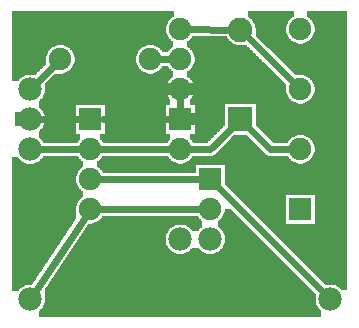
<source format=gtl>
G04 MADE WITH FRITZING*
G04 WWW.FRITZING.ORG*
G04 DOUBLE SIDED*
G04 HOLES PLATED*
G04 CONTOUR ON CENTER OF CONTOUR VECTOR*
%ASAXBY*%
%FSLAX23Y23*%
%MOIN*%
%OFA0B0*%
%SFA1.0B1.0*%
%ADD10C,0.075000*%
%ADD11C,0.082000*%
%ADD12C,0.078000*%
%ADD13C,0.075433*%
%ADD14R,0.075000X0.075000*%
%ADD15R,0.082000X0.082000*%
%ADD16C,0.024000*%
%LNCOPPER1*%
G90*
G70*
G54D10*
X119Y1001D03*
X1096Y1006D03*
X111Y470D03*
X330Y298D03*
X1000Y598D03*
X1000Y798D03*
X1000Y998D03*
X1000Y598D03*
X1000Y798D03*
X1000Y998D03*
X300Y398D03*
X300Y498D03*
X300Y598D03*
X300Y398D03*
X300Y498D03*
X300Y598D03*
X600Y998D03*
X600Y898D03*
X600Y798D03*
X200Y898D03*
X500Y898D03*
G54D11*
X800Y698D03*
X800Y996D03*
G54D10*
X700Y498D03*
X700Y398D03*
X600Y698D03*
X600Y598D03*
G54D12*
X100Y98D03*
X100Y698D03*
X100Y798D03*
X100Y598D03*
X1100Y98D03*
X600Y298D03*
X700Y298D03*
G54D13*
X1000Y398D03*
X300Y698D03*
G54D14*
X1000Y398D03*
X1000Y398D03*
X300Y698D03*
X300Y698D03*
G54D15*
X800Y697D03*
G54D14*
X700Y498D03*
X600Y698D03*
G54D16*
X1079Y119D02*
X721Y478D01*
D02*
X117Y123D02*
X285Y375D01*
D02*
X672Y498D02*
X329Y498D01*
D02*
X329Y598D02*
X572Y598D01*
D02*
X342Y698D02*
X572Y698D01*
D02*
X572Y898D02*
X529Y898D01*
D02*
X672Y398D02*
X329Y398D01*
D02*
X600Y727D02*
X600Y769D01*
D02*
X629Y998D02*
X768Y996D01*
D02*
X823Y974D02*
X980Y818D01*
D02*
X972Y598D02*
X901Y597D01*
D02*
X901Y597D02*
X823Y675D01*
D02*
X259Y698D02*
X131Y698D01*
D02*
X122Y819D02*
X180Y878D01*
D02*
X272Y598D02*
X131Y598D01*
D02*
X700Y597D02*
X778Y675D01*
D02*
X629Y598D02*
X700Y597D01*
G36*
X40Y1058D02*
X40Y946D01*
X504Y946D01*
X504Y944D01*
X514Y944D01*
X514Y942D01*
X520Y942D01*
X520Y940D01*
X524Y940D01*
X524Y938D01*
X526Y938D01*
X526Y936D01*
X530Y936D01*
X530Y934D01*
X532Y934D01*
X532Y932D01*
X534Y932D01*
X534Y930D01*
X536Y930D01*
X536Y928D01*
X538Y928D01*
X538Y926D01*
X540Y926D01*
X540Y922D01*
X560Y922D01*
X560Y924D01*
X562Y924D01*
X562Y926D01*
X564Y926D01*
X564Y928D01*
X566Y928D01*
X566Y932D01*
X570Y932D01*
X570Y934D01*
X572Y934D01*
X572Y936D01*
X574Y936D01*
X574Y938D01*
X576Y938D01*
X576Y958D01*
X574Y958D01*
X574Y960D01*
X570Y960D01*
X570Y962D01*
X568Y962D01*
X568Y964D01*
X566Y964D01*
X566Y966D01*
X564Y966D01*
X564Y968D01*
X562Y968D01*
X562Y972D01*
X560Y972D01*
X560Y976D01*
X558Y976D01*
X558Y978D01*
X556Y978D01*
X556Y984D01*
X554Y984D01*
X554Y1010D01*
X556Y1010D01*
X556Y1016D01*
X558Y1016D01*
X558Y1020D01*
X560Y1020D01*
X560Y1024D01*
X562Y1024D01*
X562Y1026D01*
X564Y1026D01*
X564Y1028D01*
X566Y1028D01*
X566Y1032D01*
X570Y1032D01*
X570Y1034D01*
X572Y1034D01*
X572Y1036D01*
X574Y1036D01*
X574Y1038D01*
X578Y1038D01*
X578Y1058D01*
X40Y1058D01*
G37*
D02*
G36*
X40Y946D02*
X40Y824D01*
X60Y824D01*
X60Y826D01*
X62Y826D01*
X62Y828D01*
X64Y828D01*
X64Y832D01*
X66Y832D01*
X66Y834D01*
X70Y834D01*
X70Y836D01*
X72Y836D01*
X72Y838D01*
X74Y838D01*
X74Y840D01*
X78Y840D01*
X78Y842D01*
X82Y842D01*
X82Y844D01*
X88Y844D01*
X88Y846D01*
X118Y846D01*
X118Y848D01*
X120Y848D01*
X120Y850D01*
X122Y850D01*
X122Y852D01*
X124Y852D01*
X124Y854D01*
X126Y854D01*
X126Y856D01*
X128Y856D01*
X128Y858D01*
X130Y858D01*
X130Y860D01*
X132Y860D01*
X132Y862D01*
X134Y862D01*
X134Y864D01*
X136Y864D01*
X136Y866D01*
X138Y866D01*
X138Y868D01*
X140Y868D01*
X140Y870D01*
X142Y870D01*
X142Y872D01*
X144Y872D01*
X144Y874D01*
X146Y874D01*
X146Y876D01*
X148Y876D01*
X148Y878D01*
X150Y878D01*
X150Y880D01*
X152Y880D01*
X152Y882D01*
X154Y882D01*
X154Y910D01*
X156Y910D01*
X156Y916D01*
X158Y916D01*
X158Y920D01*
X160Y920D01*
X160Y924D01*
X162Y924D01*
X162Y926D01*
X164Y926D01*
X164Y928D01*
X166Y928D01*
X166Y932D01*
X170Y932D01*
X170Y934D01*
X172Y934D01*
X172Y936D01*
X174Y936D01*
X174Y938D01*
X178Y938D01*
X178Y940D01*
X182Y940D01*
X182Y942D01*
X188Y942D01*
X188Y944D01*
X198Y944D01*
X198Y946D01*
X40Y946D01*
G37*
D02*
G36*
X204Y946D02*
X204Y944D01*
X214Y944D01*
X214Y942D01*
X220Y942D01*
X220Y940D01*
X224Y940D01*
X224Y938D01*
X226Y938D01*
X226Y936D01*
X230Y936D01*
X230Y934D01*
X232Y934D01*
X232Y932D01*
X234Y932D01*
X234Y930D01*
X236Y930D01*
X236Y928D01*
X238Y928D01*
X238Y926D01*
X240Y926D01*
X240Y922D01*
X242Y922D01*
X242Y918D01*
X244Y918D01*
X244Y914D01*
X246Y914D01*
X246Y906D01*
X248Y906D01*
X248Y888D01*
X246Y888D01*
X246Y882D01*
X244Y882D01*
X244Y876D01*
X242Y876D01*
X242Y874D01*
X240Y874D01*
X240Y870D01*
X238Y870D01*
X238Y868D01*
X236Y868D01*
X236Y866D01*
X234Y866D01*
X234Y864D01*
X232Y864D01*
X232Y862D01*
X230Y862D01*
X230Y860D01*
X228Y860D01*
X228Y858D01*
X224Y858D01*
X224Y856D01*
X220Y856D01*
X220Y854D01*
X216Y854D01*
X216Y852D01*
X208Y852D01*
X208Y850D01*
X492Y850D01*
X492Y852D01*
X486Y852D01*
X486Y854D01*
X480Y854D01*
X480Y856D01*
X476Y856D01*
X476Y858D01*
X474Y858D01*
X474Y860D01*
X470Y860D01*
X470Y862D01*
X468Y862D01*
X468Y864D01*
X466Y864D01*
X466Y866D01*
X464Y866D01*
X464Y868D01*
X462Y868D01*
X462Y872D01*
X460Y872D01*
X460Y876D01*
X458Y876D01*
X458Y878D01*
X456Y878D01*
X456Y884D01*
X454Y884D01*
X454Y910D01*
X456Y910D01*
X456Y916D01*
X458Y916D01*
X458Y920D01*
X460Y920D01*
X460Y924D01*
X462Y924D01*
X462Y926D01*
X464Y926D01*
X464Y928D01*
X466Y928D01*
X466Y932D01*
X470Y932D01*
X470Y934D01*
X472Y934D01*
X472Y936D01*
X474Y936D01*
X474Y938D01*
X478Y938D01*
X478Y940D01*
X482Y940D01*
X482Y942D01*
X488Y942D01*
X488Y944D01*
X498Y944D01*
X498Y946D01*
X204Y946D01*
G37*
D02*
G36*
X540Y874D02*
X540Y870D01*
X538Y870D01*
X538Y868D01*
X536Y868D01*
X536Y866D01*
X534Y866D01*
X534Y864D01*
X532Y864D01*
X532Y862D01*
X530Y862D01*
X530Y860D01*
X528Y860D01*
X528Y858D01*
X524Y858D01*
X524Y856D01*
X520Y856D01*
X520Y854D01*
X516Y854D01*
X516Y852D01*
X508Y852D01*
X508Y850D01*
X576Y850D01*
X576Y858D01*
X574Y858D01*
X574Y860D01*
X570Y860D01*
X570Y862D01*
X568Y862D01*
X568Y864D01*
X566Y864D01*
X566Y866D01*
X564Y866D01*
X564Y868D01*
X562Y868D01*
X562Y872D01*
X560Y872D01*
X560Y874D01*
X540Y874D01*
G37*
D02*
G36*
X182Y850D02*
X182Y848D01*
X576Y848D01*
X576Y850D01*
X182Y850D01*
G37*
D02*
G36*
X182Y850D02*
X182Y848D01*
X576Y848D01*
X576Y850D01*
X182Y850D01*
G37*
D02*
G36*
X180Y848D02*
X180Y846D01*
X178Y846D01*
X178Y844D01*
X176Y844D01*
X176Y842D01*
X174Y842D01*
X174Y840D01*
X172Y840D01*
X172Y838D01*
X170Y838D01*
X170Y836D01*
X168Y836D01*
X168Y834D01*
X166Y834D01*
X166Y832D01*
X164Y832D01*
X164Y830D01*
X162Y830D01*
X162Y828D01*
X160Y828D01*
X160Y826D01*
X158Y826D01*
X158Y824D01*
X156Y824D01*
X156Y822D01*
X154Y822D01*
X154Y820D01*
X152Y820D01*
X152Y818D01*
X150Y818D01*
X150Y792D01*
X148Y792D01*
X148Y784D01*
X146Y784D01*
X146Y778D01*
X144Y778D01*
X144Y774D01*
X142Y774D01*
X142Y770D01*
X140Y770D01*
X140Y768D01*
X138Y768D01*
X138Y766D01*
X136Y766D01*
X136Y764D01*
X134Y764D01*
X134Y762D01*
X132Y762D01*
X132Y760D01*
X130Y760D01*
X130Y758D01*
X128Y758D01*
X128Y746D01*
X348Y746D01*
X348Y650D01*
X334Y650D01*
X334Y630D01*
X336Y630D01*
X336Y628D01*
X338Y628D01*
X338Y626D01*
X340Y626D01*
X340Y622D01*
X342Y622D01*
X342Y620D01*
X560Y620D01*
X560Y624D01*
X562Y624D01*
X562Y626D01*
X564Y626D01*
X564Y628D01*
X566Y628D01*
X566Y650D01*
X554Y650D01*
X554Y652D01*
X552Y652D01*
X552Y744D01*
X554Y744D01*
X554Y746D01*
X566Y746D01*
X566Y766D01*
X564Y766D01*
X564Y768D01*
X562Y768D01*
X562Y772D01*
X560Y772D01*
X560Y776D01*
X558Y776D01*
X558Y778D01*
X556Y778D01*
X556Y784D01*
X554Y784D01*
X554Y810D01*
X556Y810D01*
X556Y816D01*
X558Y816D01*
X558Y820D01*
X560Y820D01*
X560Y824D01*
X562Y824D01*
X562Y826D01*
X564Y826D01*
X564Y828D01*
X566Y828D01*
X566Y832D01*
X570Y832D01*
X570Y834D01*
X572Y834D01*
X572Y836D01*
X574Y836D01*
X574Y838D01*
X576Y838D01*
X576Y848D01*
X180Y848D01*
G37*
D02*
G36*
X128Y746D02*
X128Y738D01*
X130Y738D01*
X130Y736D01*
X132Y736D01*
X132Y734D01*
X134Y734D01*
X134Y732D01*
X136Y732D01*
X136Y730D01*
X138Y730D01*
X138Y728D01*
X140Y728D01*
X140Y724D01*
X142Y724D01*
X142Y722D01*
X144Y722D01*
X144Y718D01*
X146Y718D01*
X146Y712D01*
X148Y712D01*
X148Y704D01*
X150Y704D01*
X150Y692D01*
X148Y692D01*
X148Y684D01*
X146Y684D01*
X146Y678D01*
X144Y678D01*
X144Y674D01*
X142Y674D01*
X142Y670D01*
X140Y670D01*
X140Y668D01*
X138Y668D01*
X138Y666D01*
X136Y666D01*
X136Y664D01*
X134Y664D01*
X134Y662D01*
X132Y662D01*
X132Y660D01*
X130Y660D01*
X130Y658D01*
X128Y658D01*
X128Y638D01*
X130Y638D01*
X130Y636D01*
X132Y636D01*
X132Y634D01*
X134Y634D01*
X134Y632D01*
X136Y632D01*
X136Y630D01*
X138Y630D01*
X138Y628D01*
X140Y628D01*
X140Y624D01*
X142Y624D01*
X142Y622D01*
X144Y622D01*
X144Y620D01*
X260Y620D01*
X260Y624D01*
X262Y624D01*
X262Y626D01*
X264Y626D01*
X264Y628D01*
X266Y628D01*
X266Y650D01*
X254Y650D01*
X254Y652D01*
X252Y652D01*
X252Y744D01*
X254Y744D01*
X254Y746D01*
X128Y746D01*
G37*
D02*
G36*
X826Y1058D02*
X826Y1038D01*
X830Y1038D01*
X830Y1036D01*
X832Y1036D01*
X832Y1034D01*
X834Y1034D01*
X834Y1032D01*
X838Y1032D01*
X838Y1028D01*
X840Y1028D01*
X840Y1026D01*
X842Y1026D01*
X842Y1024D01*
X844Y1024D01*
X844Y1020D01*
X846Y1020D01*
X846Y1016D01*
X848Y1016D01*
X848Y1012D01*
X850Y1012D01*
X850Y1002D01*
X852Y1002D01*
X852Y974D01*
X854Y974D01*
X854Y972D01*
X856Y972D01*
X856Y970D01*
X858Y970D01*
X858Y968D01*
X860Y968D01*
X860Y966D01*
X862Y966D01*
X862Y964D01*
X864Y964D01*
X864Y962D01*
X866Y962D01*
X866Y960D01*
X868Y960D01*
X868Y958D01*
X870Y958D01*
X870Y956D01*
X872Y956D01*
X872Y954D01*
X874Y954D01*
X874Y952D01*
X876Y952D01*
X876Y950D01*
X992Y950D01*
X992Y952D01*
X986Y952D01*
X986Y954D01*
X980Y954D01*
X980Y956D01*
X976Y956D01*
X976Y958D01*
X974Y958D01*
X974Y960D01*
X970Y960D01*
X970Y962D01*
X968Y962D01*
X968Y964D01*
X966Y964D01*
X966Y966D01*
X964Y966D01*
X964Y968D01*
X962Y968D01*
X962Y972D01*
X960Y972D01*
X960Y976D01*
X958Y976D01*
X958Y978D01*
X956Y978D01*
X956Y984D01*
X954Y984D01*
X954Y1010D01*
X956Y1010D01*
X956Y1016D01*
X958Y1016D01*
X958Y1020D01*
X960Y1020D01*
X960Y1024D01*
X962Y1024D01*
X962Y1026D01*
X964Y1026D01*
X964Y1028D01*
X966Y1028D01*
X966Y1032D01*
X970Y1032D01*
X970Y1034D01*
X972Y1034D01*
X972Y1036D01*
X974Y1036D01*
X974Y1038D01*
X978Y1038D01*
X978Y1058D01*
X826Y1058D01*
G37*
D02*
G36*
X1024Y1058D02*
X1024Y1038D01*
X1026Y1038D01*
X1026Y1036D01*
X1030Y1036D01*
X1030Y1034D01*
X1032Y1034D01*
X1032Y1032D01*
X1034Y1032D01*
X1034Y1030D01*
X1036Y1030D01*
X1036Y1028D01*
X1038Y1028D01*
X1038Y1026D01*
X1040Y1026D01*
X1040Y1022D01*
X1042Y1022D01*
X1042Y1018D01*
X1044Y1018D01*
X1044Y1014D01*
X1046Y1014D01*
X1046Y1006D01*
X1048Y1006D01*
X1048Y988D01*
X1046Y988D01*
X1046Y982D01*
X1044Y982D01*
X1044Y976D01*
X1042Y976D01*
X1042Y974D01*
X1040Y974D01*
X1040Y970D01*
X1038Y970D01*
X1038Y968D01*
X1036Y968D01*
X1036Y966D01*
X1034Y966D01*
X1034Y964D01*
X1032Y964D01*
X1032Y962D01*
X1030Y962D01*
X1030Y960D01*
X1028Y960D01*
X1028Y958D01*
X1024Y958D01*
X1024Y956D01*
X1020Y956D01*
X1020Y954D01*
X1016Y954D01*
X1016Y952D01*
X1008Y952D01*
X1008Y950D01*
X1156Y950D01*
X1156Y1058D01*
X1024Y1058D01*
G37*
D02*
G36*
X642Y976D02*
X642Y974D01*
X640Y974D01*
X640Y970D01*
X638Y970D01*
X638Y968D01*
X636Y968D01*
X636Y966D01*
X634Y966D01*
X634Y964D01*
X632Y964D01*
X632Y962D01*
X630Y962D01*
X630Y960D01*
X628Y960D01*
X628Y958D01*
X624Y958D01*
X624Y938D01*
X626Y938D01*
X626Y936D01*
X630Y936D01*
X630Y934D01*
X632Y934D01*
X632Y932D01*
X634Y932D01*
X634Y930D01*
X636Y930D01*
X636Y928D01*
X638Y928D01*
X638Y926D01*
X640Y926D01*
X640Y922D01*
X642Y922D01*
X642Y918D01*
X644Y918D01*
X644Y914D01*
X646Y914D01*
X646Y906D01*
X648Y906D01*
X648Y888D01*
X646Y888D01*
X646Y882D01*
X644Y882D01*
X644Y876D01*
X642Y876D01*
X642Y874D01*
X640Y874D01*
X640Y870D01*
X638Y870D01*
X638Y868D01*
X636Y868D01*
X636Y866D01*
X634Y866D01*
X634Y864D01*
X632Y864D01*
X632Y862D01*
X630Y862D01*
X630Y860D01*
X628Y860D01*
X628Y858D01*
X624Y858D01*
X624Y838D01*
X626Y838D01*
X626Y836D01*
X630Y836D01*
X630Y834D01*
X632Y834D01*
X632Y832D01*
X634Y832D01*
X634Y830D01*
X636Y830D01*
X636Y828D01*
X638Y828D01*
X638Y826D01*
X640Y826D01*
X640Y822D01*
X642Y822D01*
X642Y818D01*
X644Y818D01*
X644Y814D01*
X646Y814D01*
X646Y806D01*
X648Y806D01*
X648Y788D01*
X646Y788D01*
X646Y782D01*
X644Y782D01*
X644Y776D01*
X642Y776D01*
X642Y774D01*
X640Y774D01*
X640Y770D01*
X638Y770D01*
X638Y768D01*
X636Y768D01*
X636Y766D01*
X634Y766D01*
X634Y750D01*
X992Y750D01*
X992Y752D01*
X986Y752D01*
X986Y754D01*
X980Y754D01*
X980Y756D01*
X976Y756D01*
X976Y758D01*
X974Y758D01*
X974Y760D01*
X970Y760D01*
X970Y762D01*
X968Y762D01*
X968Y764D01*
X966Y764D01*
X966Y766D01*
X964Y766D01*
X964Y768D01*
X962Y768D01*
X962Y772D01*
X960Y772D01*
X960Y776D01*
X958Y776D01*
X958Y778D01*
X956Y778D01*
X956Y784D01*
X954Y784D01*
X954Y814D01*
X952Y814D01*
X952Y816D01*
X950Y816D01*
X950Y818D01*
X948Y818D01*
X948Y820D01*
X946Y820D01*
X946Y822D01*
X944Y822D01*
X944Y824D01*
X942Y824D01*
X942Y826D01*
X940Y826D01*
X940Y828D01*
X938Y828D01*
X938Y830D01*
X936Y830D01*
X936Y832D01*
X934Y832D01*
X934Y834D01*
X932Y834D01*
X932Y836D01*
X930Y836D01*
X930Y838D01*
X928Y838D01*
X928Y840D01*
X926Y840D01*
X926Y842D01*
X924Y842D01*
X924Y844D01*
X922Y844D01*
X922Y846D01*
X920Y846D01*
X920Y848D01*
X918Y848D01*
X918Y850D01*
X916Y850D01*
X916Y852D01*
X914Y852D01*
X914Y854D01*
X912Y854D01*
X912Y856D01*
X910Y856D01*
X910Y858D01*
X908Y858D01*
X908Y860D01*
X906Y860D01*
X906Y862D01*
X904Y862D01*
X904Y864D01*
X902Y864D01*
X902Y866D01*
X900Y866D01*
X900Y868D01*
X898Y868D01*
X898Y870D01*
X896Y870D01*
X896Y872D01*
X894Y872D01*
X894Y874D01*
X892Y874D01*
X892Y876D01*
X890Y876D01*
X890Y878D01*
X888Y878D01*
X888Y880D01*
X886Y880D01*
X886Y882D01*
X884Y882D01*
X884Y884D01*
X880Y884D01*
X880Y886D01*
X878Y886D01*
X878Y888D01*
X876Y888D01*
X876Y890D01*
X874Y890D01*
X874Y892D01*
X872Y892D01*
X872Y894D01*
X870Y894D01*
X870Y896D01*
X868Y896D01*
X868Y898D01*
X866Y898D01*
X866Y900D01*
X864Y900D01*
X864Y902D01*
X862Y902D01*
X862Y904D01*
X860Y904D01*
X860Y906D01*
X858Y906D01*
X858Y908D01*
X856Y908D01*
X856Y910D01*
X854Y910D01*
X854Y912D01*
X852Y912D01*
X852Y914D01*
X850Y914D01*
X850Y916D01*
X848Y916D01*
X848Y918D01*
X846Y918D01*
X846Y920D01*
X844Y920D01*
X844Y922D01*
X842Y922D01*
X842Y924D01*
X840Y924D01*
X840Y926D01*
X838Y926D01*
X838Y928D01*
X836Y928D01*
X836Y930D01*
X834Y930D01*
X834Y932D01*
X832Y932D01*
X832Y934D01*
X830Y934D01*
X830Y936D01*
X828Y936D01*
X828Y938D01*
X826Y938D01*
X826Y940D01*
X824Y940D01*
X824Y942D01*
X822Y942D01*
X822Y944D01*
X796Y944D01*
X796Y946D01*
X786Y946D01*
X786Y948D01*
X780Y948D01*
X780Y950D01*
X776Y950D01*
X776Y952D01*
X772Y952D01*
X772Y954D01*
X770Y954D01*
X770Y956D01*
X768Y956D01*
X768Y958D01*
X766Y958D01*
X766Y960D01*
X764Y960D01*
X764Y962D01*
X762Y962D01*
X762Y964D01*
X760Y964D01*
X760Y966D01*
X758Y966D01*
X758Y970D01*
X756Y970D01*
X756Y974D01*
X668Y974D01*
X668Y976D01*
X642Y976D01*
G37*
D02*
G36*
X878Y950D02*
X878Y948D01*
X1156Y948D01*
X1156Y950D01*
X878Y950D01*
G37*
D02*
G36*
X878Y950D02*
X878Y948D01*
X1156Y948D01*
X1156Y950D01*
X878Y950D01*
G37*
D02*
G36*
X880Y948D02*
X880Y946D01*
X882Y946D01*
X882Y944D01*
X884Y944D01*
X884Y942D01*
X886Y942D01*
X886Y940D01*
X888Y940D01*
X888Y938D01*
X890Y938D01*
X890Y936D01*
X894Y936D01*
X894Y934D01*
X896Y934D01*
X896Y932D01*
X898Y932D01*
X898Y930D01*
X900Y930D01*
X900Y928D01*
X902Y928D01*
X902Y926D01*
X904Y926D01*
X904Y924D01*
X906Y924D01*
X906Y922D01*
X908Y922D01*
X908Y920D01*
X910Y920D01*
X910Y918D01*
X912Y918D01*
X912Y916D01*
X914Y916D01*
X914Y914D01*
X916Y914D01*
X916Y912D01*
X918Y912D01*
X918Y910D01*
X920Y910D01*
X920Y908D01*
X922Y908D01*
X922Y906D01*
X924Y906D01*
X924Y904D01*
X926Y904D01*
X926Y902D01*
X928Y902D01*
X928Y900D01*
X930Y900D01*
X930Y898D01*
X932Y898D01*
X932Y896D01*
X934Y896D01*
X934Y894D01*
X936Y894D01*
X936Y892D01*
X938Y892D01*
X938Y890D01*
X940Y890D01*
X940Y888D01*
X942Y888D01*
X942Y886D01*
X944Y886D01*
X944Y884D01*
X946Y884D01*
X946Y882D01*
X948Y882D01*
X948Y880D01*
X950Y880D01*
X950Y878D01*
X952Y878D01*
X952Y876D01*
X954Y876D01*
X954Y874D01*
X956Y874D01*
X956Y872D01*
X958Y872D01*
X958Y870D01*
X960Y870D01*
X960Y868D01*
X962Y868D01*
X962Y866D01*
X964Y866D01*
X964Y864D01*
X966Y864D01*
X966Y862D01*
X968Y862D01*
X968Y860D01*
X970Y860D01*
X970Y858D01*
X972Y858D01*
X972Y856D01*
X974Y856D01*
X974Y854D01*
X976Y854D01*
X976Y852D01*
X978Y852D01*
X978Y850D01*
X980Y850D01*
X980Y848D01*
X982Y848D01*
X982Y846D01*
X1004Y846D01*
X1004Y844D01*
X1014Y844D01*
X1014Y842D01*
X1020Y842D01*
X1020Y840D01*
X1024Y840D01*
X1024Y838D01*
X1026Y838D01*
X1026Y836D01*
X1030Y836D01*
X1030Y834D01*
X1032Y834D01*
X1032Y832D01*
X1034Y832D01*
X1034Y830D01*
X1036Y830D01*
X1036Y828D01*
X1038Y828D01*
X1038Y826D01*
X1040Y826D01*
X1040Y822D01*
X1042Y822D01*
X1042Y818D01*
X1044Y818D01*
X1044Y814D01*
X1046Y814D01*
X1046Y806D01*
X1048Y806D01*
X1048Y788D01*
X1046Y788D01*
X1046Y782D01*
X1044Y782D01*
X1044Y776D01*
X1042Y776D01*
X1042Y774D01*
X1040Y774D01*
X1040Y770D01*
X1038Y770D01*
X1038Y768D01*
X1036Y768D01*
X1036Y766D01*
X1034Y766D01*
X1034Y764D01*
X1032Y764D01*
X1032Y762D01*
X1030Y762D01*
X1030Y760D01*
X1028Y760D01*
X1028Y758D01*
X1024Y758D01*
X1024Y756D01*
X1020Y756D01*
X1020Y754D01*
X1016Y754D01*
X1016Y752D01*
X1008Y752D01*
X1008Y750D01*
X1156Y750D01*
X1156Y948D01*
X880Y948D01*
G37*
D02*
G36*
X634Y750D02*
X634Y748D01*
X1156Y748D01*
X1156Y750D01*
X634Y750D01*
G37*
D02*
G36*
X634Y750D02*
X634Y748D01*
X1156Y748D01*
X1156Y750D01*
X634Y750D01*
G37*
D02*
G36*
X634Y748D02*
X634Y746D01*
X648Y746D01*
X648Y650D01*
X634Y650D01*
X634Y630D01*
X636Y630D01*
X636Y628D01*
X638Y628D01*
X638Y626D01*
X640Y626D01*
X640Y622D01*
X642Y622D01*
X642Y620D01*
X692Y620D01*
X692Y622D01*
X694Y622D01*
X694Y624D01*
X696Y624D01*
X696Y626D01*
X698Y626D01*
X698Y628D01*
X700Y628D01*
X700Y630D01*
X702Y630D01*
X702Y632D01*
X704Y632D01*
X704Y634D01*
X706Y634D01*
X706Y636D01*
X708Y636D01*
X708Y638D01*
X710Y638D01*
X710Y640D01*
X712Y640D01*
X712Y642D01*
X714Y642D01*
X714Y644D01*
X716Y644D01*
X716Y646D01*
X718Y646D01*
X718Y648D01*
X720Y648D01*
X720Y650D01*
X722Y650D01*
X722Y652D01*
X724Y652D01*
X724Y654D01*
X726Y654D01*
X726Y656D01*
X728Y656D01*
X728Y658D01*
X730Y658D01*
X730Y660D01*
X732Y660D01*
X732Y662D01*
X734Y662D01*
X734Y664D01*
X736Y664D01*
X736Y666D01*
X738Y666D01*
X738Y668D01*
X740Y668D01*
X740Y670D01*
X742Y670D01*
X742Y672D01*
X744Y672D01*
X744Y674D01*
X746Y674D01*
X746Y676D01*
X748Y676D01*
X748Y678D01*
X750Y678D01*
X750Y748D01*
X634Y748D01*
G37*
D02*
G36*
X852Y748D02*
X852Y676D01*
X854Y676D01*
X854Y674D01*
X856Y674D01*
X856Y672D01*
X858Y672D01*
X858Y670D01*
X860Y670D01*
X860Y668D01*
X862Y668D01*
X862Y666D01*
X864Y666D01*
X864Y664D01*
X866Y664D01*
X866Y662D01*
X868Y662D01*
X868Y660D01*
X870Y660D01*
X870Y658D01*
X872Y658D01*
X872Y656D01*
X874Y656D01*
X874Y654D01*
X876Y654D01*
X876Y652D01*
X878Y652D01*
X878Y650D01*
X880Y650D01*
X880Y648D01*
X882Y648D01*
X882Y646D01*
X1004Y646D01*
X1004Y644D01*
X1014Y644D01*
X1014Y642D01*
X1020Y642D01*
X1020Y640D01*
X1024Y640D01*
X1024Y638D01*
X1026Y638D01*
X1026Y636D01*
X1030Y636D01*
X1030Y634D01*
X1032Y634D01*
X1032Y632D01*
X1034Y632D01*
X1034Y630D01*
X1036Y630D01*
X1036Y628D01*
X1038Y628D01*
X1038Y626D01*
X1040Y626D01*
X1040Y622D01*
X1042Y622D01*
X1042Y618D01*
X1044Y618D01*
X1044Y614D01*
X1046Y614D01*
X1046Y606D01*
X1048Y606D01*
X1048Y588D01*
X1046Y588D01*
X1046Y582D01*
X1044Y582D01*
X1044Y576D01*
X1042Y576D01*
X1042Y574D01*
X1040Y574D01*
X1040Y570D01*
X1038Y570D01*
X1038Y568D01*
X1036Y568D01*
X1036Y566D01*
X1034Y566D01*
X1034Y564D01*
X1032Y564D01*
X1032Y562D01*
X1030Y562D01*
X1030Y560D01*
X1028Y560D01*
X1028Y558D01*
X1024Y558D01*
X1024Y556D01*
X1020Y556D01*
X1020Y554D01*
X1016Y554D01*
X1016Y552D01*
X1008Y552D01*
X1008Y550D01*
X1156Y550D01*
X1156Y748D01*
X852Y748D01*
G37*
D02*
G36*
X778Y646D02*
X778Y644D01*
X776Y644D01*
X776Y642D01*
X774Y642D01*
X774Y640D01*
X772Y640D01*
X772Y638D01*
X770Y638D01*
X770Y634D01*
X768Y634D01*
X768Y632D01*
X766Y632D01*
X766Y630D01*
X764Y630D01*
X764Y628D01*
X762Y628D01*
X762Y626D01*
X760Y626D01*
X760Y624D01*
X758Y624D01*
X758Y622D01*
X756Y622D01*
X756Y620D01*
X754Y620D01*
X754Y618D01*
X752Y618D01*
X752Y616D01*
X750Y616D01*
X750Y614D01*
X748Y614D01*
X748Y612D01*
X746Y612D01*
X746Y610D01*
X744Y610D01*
X744Y608D01*
X742Y608D01*
X742Y606D01*
X740Y606D01*
X740Y604D01*
X738Y604D01*
X738Y602D01*
X736Y602D01*
X736Y600D01*
X734Y600D01*
X734Y598D01*
X732Y598D01*
X732Y596D01*
X730Y596D01*
X730Y594D01*
X728Y594D01*
X728Y592D01*
X726Y592D01*
X726Y590D01*
X724Y590D01*
X724Y588D01*
X722Y588D01*
X722Y586D01*
X720Y586D01*
X720Y584D01*
X718Y584D01*
X718Y582D01*
X716Y582D01*
X716Y580D01*
X712Y580D01*
X712Y578D01*
X710Y578D01*
X710Y576D01*
X702Y576D01*
X702Y574D01*
X900Y574D01*
X900Y576D01*
X892Y576D01*
X892Y578D01*
X888Y578D01*
X888Y580D01*
X886Y580D01*
X886Y582D01*
X884Y582D01*
X884Y584D01*
X882Y584D01*
X882Y586D01*
X880Y586D01*
X880Y588D01*
X878Y588D01*
X878Y590D01*
X876Y590D01*
X876Y592D01*
X874Y592D01*
X874Y594D01*
X872Y594D01*
X872Y596D01*
X870Y596D01*
X870Y598D01*
X868Y598D01*
X868Y600D01*
X866Y600D01*
X866Y602D01*
X864Y602D01*
X864Y604D01*
X862Y604D01*
X862Y606D01*
X860Y606D01*
X860Y608D01*
X858Y608D01*
X858Y610D01*
X856Y610D01*
X856Y612D01*
X854Y612D01*
X854Y614D01*
X852Y614D01*
X852Y616D01*
X850Y616D01*
X850Y618D01*
X848Y618D01*
X848Y620D01*
X846Y620D01*
X846Y622D01*
X844Y622D01*
X844Y624D01*
X842Y624D01*
X842Y626D01*
X840Y626D01*
X840Y628D01*
X838Y628D01*
X838Y630D01*
X836Y630D01*
X836Y632D01*
X834Y632D01*
X834Y634D01*
X832Y634D01*
X832Y636D01*
X830Y636D01*
X830Y638D01*
X828Y638D01*
X828Y640D01*
X826Y640D01*
X826Y642D01*
X824Y642D01*
X824Y644D01*
X822Y644D01*
X822Y646D01*
X778Y646D01*
G37*
D02*
G36*
X884Y646D02*
X884Y644D01*
X886Y644D01*
X886Y642D01*
X888Y642D01*
X888Y640D01*
X890Y640D01*
X890Y638D01*
X892Y638D01*
X892Y636D01*
X894Y636D01*
X894Y634D01*
X896Y634D01*
X896Y632D01*
X898Y632D01*
X898Y630D01*
X900Y630D01*
X900Y628D01*
X902Y628D01*
X902Y626D01*
X904Y626D01*
X904Y624D01*
X906Y624D01*
X906Y622D01*
X908Y622D01*
X908Y620D01*
X960Y620D01*
X960Y624D01*
X962Y624D01*
X962Y626D01*
X964Y626D01*
X964Y628D01*
X966Y628D01*
X966Y632D01*
X970Y632D01*
X970Y634D01*
X972Y634D01*
X972Y636D01*
X974Y636D01*
X974Y638D01*
X978Y638D01*
X978Y640D01*
X982Y640D01*
X982Y642D01*
X988Y642D01*
X988Y644D01*
X998Y644D01*
X998Y646D01*
X884Y646D01*
G37*
D02*
G36*
X342Y576D02*
X342Y574D01*
X340Y574D01*
X340Y570D01*
X338Y570D01*
X338Y568D01*
X336Y568D01*
X336Y566D01*
X334Y566D01*
X334Y564D01*
X332Y564D01*
X332Y562D01*
X330Y562D01*
X330Y560D01*
X328Y560D01*
X328Y558D01*
X324Y558D01*
X324Y550D01*
X592Y550D01*
X592Y552D01*
X586Y552D01*
X586Y554D01*
X580Y554D01*
X580Y556D01*
X576Y556D01*
X576Y558D01*
X574Y558D01*
X574Y560D01*
X570Y560D01*
X570Y562D01*
X568Y562D01*
X568Y564D01*
X566Y564D01*
X566Y566D01*
X564Y566D01*
X564Y568D01*
X562Y568D01*
X562Y572D01*
X560Y572D01*
X560Y576D01*
X342Y576D01*
G37*
D02*
G36*
X642Y576D02*
X642Y574D01*
X684Y574D01*
X684Y576D01*
X642Y576D01*
G37*
D02*
G36*
X916Y576D02*
X916Y574D01*
X960Y574D01*
X960Y576D01*
X916Y576D01*
G37*
D02*
G36*
X640Y574D02*
X640Y572D01*
X960Y572D01*
X960Y574D01*
X640Y574D01*
G37*
D02*
G36*
X640Y574D02*
X640Y572D01*
X960Y572D01*
X960Y574D01*
X640Y574D01*
G37*
D02*
G36*
X640Y574D02*
X640Y572D01*
X960Y572D01*
X960Y574D01*
X640Y574D01*
G37*
D02*
G36*
X640Y572D02*
X640Y570D01*
X638Y570D01*
X638Y568D01*
X636Y568D01*
X636Y566D01*
X634Y566D01*
X634Y564D01*
X632Y564D01*
X632Y562D01*
X630Y562D01*
X630Y560D01*
X628Y560D01*
X628Y558D01*
X624Y558D01*
X624Y556D01*
X620Y556D01*
X620Y554D01*
X616Y554D01*
X616Y552D01*
X608Y552D01*
X608Y550D01*
X992Y550D01*
X992Y552D01*
X986Y552D01*
X986Y554D01*
X980Y554D01*
X980Y556D01*
X976Y556D01*
X976Y558D01*
X974Y558D01*
X974Y560D01*
X970Y560D01*
X970Y562D01*
X968Y562D01*
X968Y564D01*
X966Y564D01*
X966Y566D01*
X964Y566D01*
X964Y568D01*
X962Y568D01*
X962Y572D01*
X640Y572D01*
G37*
D02*
G36*
X324Y550D02*
X324Y548D01*
X1156Y548D01*
X1156Y550D01*
X324Y550D01*
G37*
D02*
G36*
X324Y550D02*
X324Y548D01*
X1156Y548D01*
X1156Y550D01*
X324Y550D01*
G37*
D02*
G36*
X324Y550D02*
X324Y548D01*
X1156Y548D01*
X1156Y550D01*
X324Y550D01*
G37*
D02*
G36*
X324Y548D02*
X324Y546D01*
X748Y546D01*
X748Y480D01*
X750Y480D01*
X750Y478D01*
X752Y478D01*
X752Y476D01*
X754Y476D01*
X754Y474D01*
X756Y474D01*
X756Y472D01*
X758Y472D01*
X758Y470D01*
X760Y470D01*
X760Y468D01*
X762Y468D01*
X762Y466D01*
X764Y466D01*
X764Y464D01*
X766Y464D01*
X766Y462D01*
X768Y462D01*
X768Y460D01*
X770Y460D01*
X770Y458D01*
X772Y458D01*
X772Y456D01*
X774Y456D01*
X774Y454D01*
X776Y454D01*
X776Y452D01*
X778Y452D01*
X778Y450D01*
X780Y450D01*
X780Y448D01*
X782Y448D01*
X782Y446D01*
X1048Y446D01*
X1048Y350D01*
X1156Y350D01*
X1156Y548D01*
X324Y548D01*
G37*
D02*
G36*
X324Y546D02*
X324Y538D01*
X326Y538D01*
X326Y536D01*
X330Y536D01*
X330Y534D01*
X332Y534D01*
X332Y532D01*
X334Y532D01*
X334Y530D01*
X336Y530D01*
X336Y528D01*
X338Y528D01*
X338Y526D01*
X340Y526D01*
X340Y522D01*
X342Y522D01*
X342Y520D01*
X652Y520D01*
X652Y544D01*
X654Y544D01*
X654Y546D01*
X324Y546D01*
G37*
D02*
G36*
X784Y446D02*
X784Y444D01*
X786Y444D01*
X786Y442D01*
X788Y442D01*
X788Y440D01*
X790Y440D01*
X790Y438D01*
X792Y438D01*
X792Y436D01*
X794Y436D01*
X794Y434D01*
X796Y434D01*
X796Y432D01*
X798Y432D01*
X798Y430D01*
X800Y430D01*
X800Y428D01*
X802Y428D01*
X802Y426D01*
X804Y426D01*
X804Y424D01*
X806Y424D01*
X806Y422D01*
X808Y422D01*
X808Y420D01*
X810Y420D01*
X810Y418D01*
X812Y418D01*
X812Y416D01*
X814Y416D01*
X814Y414D01*
X816Y414D01*
X816Y412D01*
X818Y412D01*
X818Y410D01*
X820Y410D01*
X820Y408D01*
X822Y408D01*
X822Y406D01*
X824Y406D01*
X824Y404D01*
X826Y404D01*
X826Y402D01*
X828Y402D01*
X828Y400D01*
X830Y400D01*
X830Y398D01*
X832Y398D01*
X832Y396D01*
X834Y396D01*
X834Y394D01*
X836Y394D01*
X836Y392D01*
X838Y392D01*
X838Y390D01*
X840Y390D01*
X840Y388D01*
X842Y388D01*
X842Y386D01*
X844Y386D01*
X844Y384D01*
X846Y384D01*
X846Y382D01*
X848Y382D01*
X848Y380D01*
X850Y380D01*
X850Y378D01*
X852Y378D01*
X852Y376D01*
X854Y376D01*
X854Y374D01*
X856Y374D01*
X856Y372D01*
X858Y372D01*
X858Y370D01*
X860Y370D01*
X860Y368D01*
X862Y368D01*
X862Y366D01*
X864Y366D01*
X864Y364D01*
X866Y364D01*
X866Y362D01*
X868Y362D01*
X868Y360D01*
X870Y360D01*
X870Y358D01*
X872Y358D01*
X872Y356D01*
X874Y356D01*
X874Y354D01*
X876Y354D01*
X876Y352D01*
X878Y352D01*
X878Y350D01*
X954Y350D01*
X954Y352D01*
X952Y352D01*
X952Y444D01*
X954Y444D01*
X954Y446D01*
X784Y446D01*
G37*
D02*
G36*
X880Y350D02*
X880Y348D01*
X1156Y348D01*
X1156Y350D01*
X880Y350D01*
G37*
D02*
G36*
X880Y350D02*
X880Y348D01*
X1156Y348D01*
X1156Y350D01*
X880Y350D01*
G37*
D02*
G36*
X882Y348D02*
X882Y346D01*
X884Y346D01*
X884Y344D01*
X886Y344D01*
X886Y342D01*
X888Y342D01*
X888Y340D01*
X890Y340D01*
X890Y338D01*
X892Y338D01*
X892Y336D01*
X894Y336D01*
X894Y334D01*
X896Y334D01*
X896Y332D01*
X898Y332D01*
X898Y330D01*
X900Y330D01*
X900Y328D01*
X902Y328D01*
X902Y326D01*
X904Y326D01*
X904Y324D01*
X906Y324D01*
X906Y322D01*
X908Y322D01*
X908Y320D01*
X910Y320D01*
X910Y318D01*
X912Y318D01*
X912Y316D01*
X914Y316D01*
X914Y314D01*
X916Y314D01*
X916Y312D01*
X918Y312D01*
X918Y310D01*
X920Y310D01*
X920Y308D01*
X922Y308D01*
X922Y306D01*
X924Y306D01*
X924Y304D01*
X926Y304D01*
X926Y302D01*
X928Y302D01*
X928Y300D01*
X930Y300D01*
X930Y298D01*
X932Y298D01*
X932Y296D01*
X934Y296D01*
X934Y294D01*
X936Y294D01*
X936Y292D01*
X938Y292D01*
X938Y290D01*
X940Y290D01*
X940Y288D01*
X942Y288D01*
X942Y286D01*
X944Y286D01*
X944Y284D01*
X946Y284D01*
X946Y282D01*
X948Y282D01*
X948Y280D01*
X950Y280D01*
X950Y278D01*
X952Y278D01*
X952Y276D01*
X954Y276D01*
X954Y274D01*
X956Y274D01*
X956Y272D01*
X958Y272D01*
X958Y270D01*
X960Y270D01*
X960Y268D01*
X962Y268D01*
X962Y266D01*
X964Y266D01*
X964Y264D01*
X966Y264D01*
X966Y262D01*
X968Y262D01*
X968Y260D01*
X970Y260D01*
X970Y258D01*
X972Y258D01*
X972Y256D01*
X974Y256D01*
X974Y254D01*
X976Y254D01*
X976Y252D01*
X978Y252D01*
X978Y250D01*
X980Y250D01*
X980Y248D01*
X982Y248D01*
X982Y246D01*
X984Y246D01*
X984Y244D01*
X986Y244D01*
X986Y242D01*
X988Y242D01*
X988Y240D01*
X990Y240D01*
X990Y238D01*
X992Y238D01*
X992Y236D01*
X994Y236D01*
X994Y234D01*
X996Y234D01*
X996Y232D01*
X998Y232D01*
X998Y230D01*
X1000Y230D01*
X1000Y228D01*
X1002Y228D01*
X1002Y226D01*
X1004Y226D01*
X1004Y224D01*
X1006Y224D01*
X1006Y222D01*
X1008Y222D01*
X1008Y220D01*
X1010Y220D01*
X1010Y218D01*
X1012Y218D01*
X1012Y216D01*
X1014Y216D01*
X1014Y214D01*
X1016Y214D01*
X1016Y212D01*
X1018Y212D01*
X1018Y210D01*
X1020Y210D01*
X1020Y208D01*
X1022Y208D01*
X1022Y206D01*
X1024Y206D01*
X1024Y204D01*
X1026Y204D01*
X1026Y202D01*
X1028Y202D01*
X1028Y200D01*
X1030Y200D01*
X1030Y198D01*
X1032Y198D01*
X1032Y196D01*
X1034Y196D01*
X1034Y194D01*
X1036Y194D01*
X1036Y192D01*
X1038Y192D01*
X1038Y190D01*
X1040Y190D01*
X1040Y188D01*
X1042Y188D01*
X1042Y186D01*
X1044Y186D01*
X1044Y184D01*
X1046Y184D01*
X1046Y182D01*
X1048Y182D01*
X1048Y180D01*
X1050Y180D01*
X1050Y178D01*
X1052Y178D01*
X1052Y176D01*
X1054Y176D01*
X1054Y174D01*
X1056Y174D01*
X1056Y172D01*
X1058Y172D01*
X1058Y170D01*
X1060Y170D01*
X1060Y168D01*
X1062Y168D01*
X1062Y166D01*
X1064Y166D01*
X1064Y164D01*
X1066Y164D01*
X1066Y162D01*
X1068Y162D01*
X1068Y160D01*
X1070Y160D01*
X1070Y158D01*
X1072Y158D01*
X1072Y156D01*
X1074Y156D01*
X1074Y154D01*
X1076Y154D01*
X1076Y152D01*
X1078Y152D01*
X1078Y150D01*
X1080Y150D01*
X1080Y148D01*
X1082Y148D01*
X1082Y146D01*
X1112Y146D01*
X1112Y144D01*
X1118Y144D01*
X1118Y142D01*
X1122Y142D01*
X1122Y140D01*
X1126Y140D01*
X1126Y138D01*
X1130Y138D01*
X1130Y136D01*
X1132Y136D01*
X1132Y134D01*
X1134Y134D01*
X1134Y132D01*
X1136Y132D01*
X1136Y130D01*
X1156Y130D01*
X1156Y348D01*
X882Y348D01*
G37*
D02*
G36*
X144Y576D02*
X144Y574D01*
X142Y574D01*
X142Y570D01*
X140Y570D01*
X140Y568D01*
X138Y568D01*
X138Y566D01*
X136Y566D01*
X136Y564D01*
X134Y564D01*
X134Y562D01*
X132Y562D01*
X132Y560D01*
X130Y560D01*
X130Y558D01*
X128Y558D01*
X128Y556D01*
X124Y556D01*
X124Y554D01*
X120Y554D01*
X120Y552D01*
X114Y552D01*
X114Y550D01*
X106Y550D01*
X106Y548D01*
X276Y548D01*
X276Y558D01*
X274Y558D01*
X274Y560D01*
X270Y560D01*
X270Y562D01*
X268Y562D01*
X268Y564D01*
X266Y564D01*
X266Y566D01*
X264Y566D01*
X264Y568D01*
X262Y568D01*
X262Y572D01*
X260Y572D01*
X260Y576D01*
X144Y576D01*
G37*
D02*
G36*
X40Y572D02*
X40Y548D01*
X96Y548D01*
X96Y550D01*
X86Y550D01*
X86Y552D01*
X80Y552D01*
X80Y554D01*
X76Y554D01*
X76Y556D01*
X74Y556D01*
X74Y558D01*
X70Y558D01*
X70Y560D01*
X68Y560D01*
X68Y562D01*
X66Y562D01*
X66Y564D01*
X64Y564D01*
X64Y566D01*
X62Y566D01*
X62Y568D01*
X60Y568D01*
X60Y572D01*
X40Y572D01*
G37*
D02*
G36*
X40Y548D02*
X40Y546D01*
X276Y546D01*
X276Y548D01*
X40Y548D01*
G37*
D02*
G36*
X40Y548D02*
X40Y546D01*
X276Y546D01*
X276Y548D01*
X40Y548D01*
G37*
D02*
G36*
X40Y546D02*
X40Y124D01*
X60Y124D01*
X60Y126D01*
X62Y126D01*
X62Y128D01*
X64Y128D01*
X64Y132D01*
X66Y132D01*
X66Y134D01*
X70Y134D01*
X70Y136D01*
X72Y136D01*
X72Y138D01*
X74Y138D01*
X74Y140D01*
X78Y140D01*
X78Y142D01*
X82Y142D01*
X82Y144D01*
X88Y144D01*
X88Y146D01*
X106Y146D01*
X106Y148D01*
X108Y148D01*
X108Y150D01*
X110Y150D01*
X110Y154D01*
X112Y154D01*
X112Y156D01*
X114Y156D01*
X114Y160D01*
X116Y160D01*
X116Y162D01*
X118Y162D01*
X118Y166D01*
X120Y166D01*
X120Y168D01*
X122Y168D01*
X122Y172D01*
X124Y172D01*
X124Y174D01*
X126Y174D01*
X126Y178D01*
X128Y178D01*
X128Y180D01*
X130Y180D01*
X130Y184D01*
X132Y184D01*
X132Y186D01*
X134Y186D01*
X134Y190D01*
X136Y190D01*
X136Y192D01*
X138Y192D01*
X138Y196D01*
X140Y196D01*
X140Y198D01*
X142Y198D01*
X142Y202D01*
X144Y202D01*
X144Y204D01*
X146Y204D01*
X146Y208D01*
X148Y208D01*
X148Y210D01*
X150Y210D01*
X150Y214D01*
X152Y214D01*
X152Y216D01*
X154Y216D01*
X154Y220D01*
X156Y220D01*
X156Y222D01*
X158Y222D01*
X158Y226D01*
X160Y226D01*
X160Y228D01*
X162Y228D01*
X162Y232D01*
X164Y232D01*
X164Y234D01*
X166Y234D01*
X166Y238D01*
X168Y238D01*
X168Y240D01*
X170Y240D01*
X170Y244D01*
X172Y244D01*
X172Y246D01*
X174Y246D01*
X174Y250D01*
X176Y250D01*
X176Y252D01*
X178Y252D01*
X178Y256D01*
X180Y256D01*
X180Y258D01*
X182Y258D01*
X182Y262D01*
X184Y262D01*
X184Y264D01*
X186Y264D01*
X186Y268D01*
X188Y268D01*
X188Y270D01*
X190Y270D01*
X190Y274D01*
X192Y274D01*
X192Y276D01*
X194Y276D01*
X194Y280D01*
X196Y280D01*
X196Y282D01*
X198Y282D01*
X198Y286D01*
X200Y286D01*
X200Y288D01*
X202Y288D01*
X202Y292D01*
X204Y292D01*
X204Y294D01*
X206Y294D01*
X206Y298D01*
X208Y298D01*
X208Y300D01*
X210Y300D01*
X210Y304D01*
X212Y304D01*
X212Y306D01*
X214Y306D01*
X214Y310D01*
X216Y310D01*
X216Y312D01*
X218Y312D01*
X218Y316D01*
X220Y316D01*
X220Y318D01*
X222Y318D01*
X222Y322D01*
X224Y322D01*
X224Y324D01*
X226Y324D01*
X226Y328D01*
X228Y328D01*
X228Y330D01*
X230Y330D01*
X230Y334D01*
X232Y334D01*
X232Y336D01*
X234Y336D01*
X234Y340D01*
X236Y340D01*
X236Y342D01*
X238Y342D01*
X238Y346D01*
X240Y346D01*
X240Y348D01*
X242Y348D01*
X242Y352D01*
X244Y352D01*
X244Y354D01*
X246Y354D01*
X246Y358D01*
X248Y358D01*
X248Y360D01*
X250Y360D01*
X250Y364D01*
X252Y364D01*
X252Y366D01*
X254Y366D01*
X254Y410D01*
X256Y410D01*
X256Y418D01*
X258Y418D01*
X258Y420D01*
X260Y420D01*
X260Y424D01*
X262Y424D01*
X262Y426D01*
X264Y426D01*
X264Y430D01*
X266Y430D01*
X266Y432D01*
X268Y432D01*
X268Y434D01*
X272Y434D01*
X272Y436D01*
X274Y436D01*
X274Y438D01*
X276Y438D01*
X276Y458D01*
X274Y458D01*
X274Y460D01*
X270Y460D01*
X270Y462D01*
X268Y462D01*
X268Y464D01*
X266Y464D01*
X266Y466D01*
X264Y466D01*
X264Y468D01*
X262Y468D01*
X262Y472D01*
X260Y472D01*
X260Y476D01*
X258Y476D01*
X258Y478D01*
X256Y478D01*
X256Y484D01*
X254Y484D01*
X254Y510D01*
X256Y510D01*
X256Y516D01*
X258Y516D01*
X258Y520D01*
X260Y520D01*
X260Y524D01*
X262Y524D01*
X262Y526D01*
X264Y526D01*
X264Y528D01*
X266Y528D01*
X266Y532D01*
X268Y532D01*
X268Y534D01*
X272Y534D01*
X272Y536D01*
X274Y536D01*
X274Y538D01*
X276Y538D01*
X276Y546D01*
X40Y546D01*
G37*
D02*
G36*
X748Y400D02*
X748Y388D01*
X746Y388D01*
X746Y382D01*
X744Y382D01*
X744Y376D01*
X742Y376D01*
X742Y374D01*
X740Y374D01*
X740Y370D01*
X738Y370D01*
X738Y368D01*
X736Y368D01*
X736Y366D01*
X734Y366D01*
X734Y364D01*
X732Y364D01*
X732Y362D01*
X730Y362D01*
X730Y360D01*
X728Y360D01*
X728Y358D01*
X726Y358D01*
X726Y338D01*
X730Y338D01*
X730Y336D01*
X732Y336D01*
X732Y334D01*
X734Y334D01*
X734Y332D01*
X736Y332D01*
X736Y330D01*
X738Y330D01*
X738Y328D01*
X740Y328D01*
X740Y324D01*
X742Y324D01*
X742Y322D01*
X744Y322D01*
X744Y318D01*
X746Y318D01*
X746Y312D01*
X748Y312D01*
X748Y304D01*
X750Y304D01*
X750Y292D01*
X748Y292D01*
X748Y284D01*
X746Y284D01*
X746Y278D01*
X744Y278D01*
X744Y274D01*
X742Y274D01*
X742Y270D01*
X740Y270D01*
X740Y268D01*
X738Y268D01*
X738Y266D01*
X736Y266D01*
X736Y264D01*
X734Y264D01*
X734Y262D01*
X732Y262D01*
X732Y260D01*
X730Y260D01*
X730Y258D01*
X728Y258D01*
X728Y256D01*
X724Y256D01*
X724Y254D01*
X720Y254D01*
X720Y252D01*
X714Y252D01*
X714Y250D01*
X706Y250D01*
X706Y248D01*
X918Y248D01*
X918Y250D01*
X916Y250D01*
X916Y252D01*
X914Y252D01*
X914Y254D01*
X912Y254D01*
X912Y256D01*
X910Y256D01*
X910Y258D01*
X908Y258D01*
X908Y260D01*
X906Y260D01*
X906Y262D01*
X904Y262D01*
X904Y264D01*
X902Y264D01*
X902Y266D01*
X900Y266D01*
X900Y268D01*
X898Y268D01*
X898Y270D01*
X896Y270D01*
X896Y272D01*
X894Y272D01*
X894Y274D01*
X892Y274D01*
X892Y276D01*
X890Y276D01*
X890Y278D01*
X888Y278D01*
X888Y280D01*
X886Y280D01*
X886Y282D01*
X884Y282D01*
X884Y284D01*
X882Y284D01*
X882Y286D01*
X880Y286D01*
X880Y288D01*
X878Y288D01*
X878Y290D01*
X876Y290D01*
X876Y292D01*
X874Y292D01*
X874Y294D01*
X872Y294D01*
X872Y296D01*
X870Y296D01*
X870Y298D01*
X868Y298D01*
X868Y300D01*
X866Y300D01*
X866Y302D01*
X864Y302D01*
X864Y304D01*
X862Y304D01*
X862Y306D01*
X860Y306D01*
X860Y308D01*
X858Y308D01*
X858Y310D01*
X856Y310D01*
X856Y312D01*
X854Y312D01*
X854Y314D01*
X852Y314D01*
X852Y316D01*
X850Y316D01*
X850Y318D01*
X848Y318D01*
X848Y320D01*
X846Y320D01*
X846Y322D01*
X844Y322D01*
X844Y324D01*
X842Y324D01*
X842Y326D01*
X840Y326D01*
X840Y328D01*
X838Y328D01*
X838Y330D01*
X836Y330D01*
X836Y332D01*
X834Y332D01*
X834Y334D01*
X832Y334D01*
X832Y336D01*
X830Y336D01*
X830Y338D01*
X828Y338D01*
X828Y340D01*
X826Y340D01*
X826Y342D01*
X824Y342D01*
X824Y344D01*
X822Y344D01*
X822Y346D01*
X820Y346D01*
X820Y348D01*
X818Y348D01*
X818Y350D01*
X816Y350D01*
X816Y352D01*
X814Y352D01*
X814Y354D01*
X812Y354D01*
X812Y356D01*
X810Y356D01*
X810Y358D01*
X808Y358D01*
X808Y360D01*
X806Y360D01*
X806Y362D01*
X804Y362D01*
X804Y364D01*
X802Y364D01*
X802Y366D01*
X800Y366D01*
X800Y368D01*
X798Y368D01*
X798Y370D01*
X796Y370D01*
X796Y372D01*
X794Y372D01*
X794Y374D01*
X792Y374D01*
X792Y376D01*
X790Y376D01*
X790Y378D01*
X788Y378D01*
X788Y380D01*
X786Y380D01*
X786Y382D01*
X784Y382D01*
X784Y384D01*
X782Y384D01*
X782Y386D01*
X780Y386D01*
X780Y388D01*
X778Y388D01*
X778Y390D01*
X776Y390D01*
X776Y392D01*
X774Y392D01*
X774Y394D01*
X772Y394D01*
X772Y396D01*
X770Y396D01*
X770Y398D01*
X768Y398D01*
X768Y400D01*
X748Y400D01*
G37*
D02*
G36*
X342Y376D02*
X342Y374D01*
X340Y374D01*
X340Y370D01*
X338Y370D01*
X338Y368D01*
X336Y368D01*
X336Y366D01*
X334Y366D01*
X334Y364D01*
X332Y364D01*
X332Y362D01*
X330Y362D01*
X330Y360D01*
X328Y360D01*
X328Y358D01*
X324Y358D01*
X324Y356D01*
X320Y356D01*
X320Y354D01*
X314Y354D01*
X314Y352D01*
X306Y352D01*
X306Y350D01*
X294Y350D01*
X294Y348D01*
X292Y348D01*
X292Y346D01*
X612Y346D01*
X612Y344D01*
X618Y344D01*
X618Y342D01*
X622Y342D01*
X622Y340D01*
X626Y340D01*
X626Y338D01*
X630Y338D01*
X630Y336D01*
X632Y336D01*
X632Y334D01*
X634Y334D01*
X634Y332D01*
X636Y332D01*
X636Y330D01*
X638Y330D01*
X638Y328D01*
X640Y328D01*
X640Y324D01*
X660Y324D01*
X660Y326D01*
X662Y326D01*
X662Y328D01*
X664Y328D01*
X664Y332D01*
X666Y332D01*
X666Y334D01*
X670Y334D01*
X670Y336D01*
X672Y336D01*
X672Y338D01*
X674Y338D01*
X674Y360D01*
X670Y360D01*
X670Y362D01*
X668Y362D01*
X668Y364D01*
X666Y364D01*
X666Y366D01*
X664Y366D01*
X664Y368D01*
X662Y368D01*
X662Y372D01*
X660Y372D01*
X660Y376D01*
X342Y376D01*
G37*
D02*
G36*
X292Y346D02*
X292Y344D01*
X290Y344D01*
X290Y342D01*
X288Y342D01*
X288Y338D01*
X286Y338D01*
X286Y336D01*
X284Y336D01*
X284Y332D01*
X282Y332D01*
X282Y330D01*
X280Y330D01*
X280Y326D01*
X278Y326D01*
X278Y324D01*
X276Y324D01*
X276Y320D01*
X274Y320D01*
X274Y318D01*
X272Y318D01*
X272Y314D01*
X270Y314D01*
X270Y312D01*
X268Y312D01*
X268Y308D01*
X266Y308D01*
X266Y306D01*
X264Y306D01*
X264Y302D01*
X262Y302D01*
X262Y300D01*
X260Y300D01*
X260Y296D01*
X258Y296D01*
X258Y294D01*
X256Y294D01*
X256Y290D01*
X254Y290D01*
X254Y288D01*
X252Y288D01*
X252Y284D01*
X250Y284D01*
X250Y282D01*
X248Y282D01*
X248Y278D01*
X246Y278D01*
X246Y276D01*
X244Y276D01*
X244Y272D01*
X242Y272D01*
X242Y270D01*
X240Y270D01*
X240Y266D01*
X238Y266D01*
X238Y264D01*
X236Y264D01*
X236Y260D01*
X234Y260D01*
X234Y258D01*
X232Y258D01*
X232Y254D01*
X230Y254D01*
X230Y252D01*
X228Y252D01*
X228Y248D01*
X596Y248D01*
X596Y250D01*
X586Y250D01*
X586Y252D01*
X580Y252D01*
X580Y254D01*
X576Y254D01*
X576Y256D01*
X574Y256D01*
X574Y258D01*
X570Y258D01*
X570Y260D01*
X568Y260D01*
X568Y262D01*
X566Y262D01*
X566Y264D01*
X564Y264D01*
X564Y266D01*
X562Y266D01*
X562Y268D01*
X560Y268D01*
X560Y272D01*
X558Y272D01*
X558Y276D01*
X556Y276D01*
X556Y280D01*
X554Y280D01*
X554Y286D01*
X552Y286D01*
X552Y310D01*
X554Y310D01*
X554Y316D01*
X556Y316D01*
X556Y320D01*
X558Y320D01*
X558Y324D01*
X560Y324D01*
X560Y326D01*
X562Y326D01*
X562Y328D01*
X564Y328D01*
X564Y332D01*
X566Y332D01*
X566Y334D01*
X570Y334D01*
X570Y336D01*
X572Y336D01*
X572Y338D01*
X574Y338D01*
X574Y340D01*
X578Y340D01*
X578Y342D01*
X582Y342D01*
X582Y344D01*
X588Y344D01*
X588Y346D01*
X292Y346D01*
G37*
D02*
G36*
X640Y270D02*
X640Y268D01*
X638Y268D01*
X638Y266D01*
X636Y266D01*
X636Y264D01*
X634Y264D01*
X634Y262D01*
X632Y262D01*
X632Y260D01*
X630Y260D01*
X630Y258D01*
X628Y258D01*
X628Y256D01*
X624Y256D01*
X624Y254D01*
X620Y254D01*
X620Y252D01*
X614Y252D01*
X614Y250D01*
X606Y250D01*
X606Y248D01*
X696Y248D01*
X696Y250D01*
X686Y250D01*
X686Y252D01*
X680Y252D01*
X680Y254D01*
X676Y254D01*
X676Y256D01*
X674Y256D01*
X674Y258D01*
X670Y258D01*
X670Y260D01*
X668Y260D01*
X668Y262D01*
X666Y262D01*
X666Y264D01*
X664Y264D01*
X664Y266D01*
X662Y266D01*
X662Y268D01*
X660Y268D01*
X660Y270D01*
X640Y270D01*
G37*
D02*
G36*
X226Y248D02*
X226Y246D01*
X920Y246D01*
X920Y248D01*
X226Y248D01*
G37*
D02*
G36*
X226Y248D02*
X226Y246D01*
X920Y246D01*
X920Y248D01*
X226Y248D01*
G37*
D02*
G36*
X226Y248D02*
X226Y246D01*
X920Y246D01*
X920Y248D01*
X226Y248D01*
G37*
D02*
G36*
X224Y246D02*
X224Y242D01*
X222Y242D01*
X222Y240D01*
X220Y240D01*
X220Y236D01*
X218Y236D01*
X218Y234D01*
X216Y234D01*
X216Y230D01*
X214Y230D01*
X214Y228D01*
X212Y228D01*
X212Y224D01*
X210Y224D01*
X210Y220D01*
X208Y220D01*
X208Y218D01*
X206Y218D01*
X206Y214D01*
X204Y214D01*
X204Y212D01*
X202Y212D01*
X202Y208D01*
X200Y208D01*
X200Y206D01*
X198Y206D01*
X198Y202D01*
X196Y202D01*
X196Y200D01*
X194Y200D01*
X194Y196D01*
X192Y196D01*
X192Y194D01*
X190Y194D01*
X190Y190D01*
X188Y190D01*
X188Y188D01*
X186Y188D01*
X186Y184D01*
X184Y184D01*
X184Y182D01*
X182Y182D01*
X182Y178D01*
X180Y178D01*
X180Y176D01*
X178Y176D01*
X178Y172D01*
X176Y172D01*
X176Y170D01*
X174Y170D01*
X174Y166D01*
X172Y166D01*
X172Y164D01*
X170Y164D01*
X170Y160D01*
X168Y160D01*
X168Y158D01*
X166Y158D01*
X166Y154D01*
X164Y154D01*
X164Y152D01*
X162Y152D01*
X162Y148D01*
X160Y148D01*
X160Y146D01*
X158Y146D01*
X158Y142D01*
X156Y142D01*
X156Y140D01*
X154Y140D01*
X154Y136D01*
X152Y136D01*
X152Y134D01*
X150Y134D01*
X150Y130D01*
X148Y130D01*
X148Y104D01*
X150Y104D01*
X150Y92D01*
X148Y92D01*
X148Y84D01*
X146Y84D01*
X146Y78D01*
X144Y78D01*
X144Y74D01*
X142Y74D01*
X142Y70D01*
X140Y70D01*
X140Y68D01*
X138Y68D01*
X138Y66D01*
X136Y66D01*
X136Y64D01*
X134Y64D01*
X134Y62D01*
X132Y62D01*
X132Y60D01*
X130Y60D01*
X130Y40D01*
X1070Y40D01*
X1070Y60D01*
X1068Y60D01*
X1068Y62D01*
X1066Y62D01*
X1066Y64D01*
X1064Y64D01*
X1064Y66D01*
X1062Y66D01*
X1062Y68D01*
X1060Y68D01*
X1060Y72D01*
X1058Y72D01*
X1058Y76D01*
X1056Y76D01*
X1056Y80D01*
X1054Y80D01*
X1054Y86D01*
X1052Y86D01*
X1052Y116D01*
X1050Y116D01*
X1050Y118D01*
X1048Y118D01*
X1048Y120D01*
X1046Y120D01*
X1046Y122D01*
X1044Y122D01*
X1044Y124D01*
X1042Y124D01*
X1042Y126D01*
X1040Y126D01*
X1040Y128D01*
X1038Y128D01*
X1038Y130D01*
X1036Y130D01*
X1036Y132D01*
X1034Y132D01*
X1034Y134D01*
X1032Y134D01*
X1032Y136D01*
X1030Y136D01*
X1030Y138D01*
X1028Y138D01*
X1028Y140D01*
X1026Y140D01*
X1026Y142D01*
X1024Y142D01*
X1024Y144D01*
X1022Y144D01*
X1022Y146D01*
X1020Y146D01*
X1020Y148D01*
X1018Y148D01*
X1018Y150D01*
X1016Y150D01*
X1016Y152D01*
X1014Y152D01*
X1014Y154D01*
X1012Y154D01*
X1012Y156D01*
X1010Y156D01*
X1010Y158D01*
X1008Y158D01*
X1008Y160D01*
X1006Y160D01*
X1006Y162D01*
X1004Y162D01*
X1004Y164D01*
X1002Y164D01*
X1002Y166D01*
X1000Y166D01*
X1000Y168D01*
X998Y168D01*
X998Y170D01*
X996Y170D01*
X996Y172D01*
X994Y172D01*
X994Y174D01*
X992Y174D01*
X992Y176D01*
X990Y176D01*
X990Y178D01*
X988Y178D01*
X988Y180D01*
X986Y180D01*
X986Y182D01*
X984Y182D01*
X984Y184D01*
X982Y184D01*
X982Y186D01*
X980Y186D01*
X980Y188D01*
X978Y188D01*
X978Y190D01*
X976Y190D01*
X976Y192D01*
X974Y192D01*
X974Y194D01*
X972Y194D01*
X972Y196D01*
X970Y196D01*
X970Y198D01*
X968Y198D01*
X968Y200D01*
X966Y200D01*
X966Y202D01*
X964Y202D01*
X964Y204D01*
X962Y204D01*
X962Y206D01*
X960Y206D01*
X960Y208D01*
X958Y208D01*
X958Y210D01*
X956Y210D01*
X956Y212D01*
X954Y212D01*
X954Y214D01*
X952Y214D01*
X952Y216D01*
X950Y216D01*
X950Y218D01*
X948Y218D01*
X948Y220D01*
X946Y220D01*
X946Y222D01*
X944Y222D01*
X944Y224D01*
X942Y224D01*
X942Y226D01*
X940Y226D01*
X940Y228D01*
X938Y228D01*
X938Y230D01*
X936Y230D01*
X936Y232D01*
X934Y232D01*
X934Y234D01*
X932Y234D01*
X932Y236D01*
X930Y236D01*
X930Y238D01*
X928Y238D01*
X928Y240D01*
X926Y240D01*
X926Y242D01*
X924Y242D01*
X924Y244D01*
X922Y244D01*
X922Y246D01*
X224Y246D01*
G37*
D02*
G36*
X616Y720D02*
X648Y720D01*
X648Y677D01*
X616Y677D01*
X616Y720D01*
G37*
D02*
G36*
X48Y721D02*
X80Y721D01*
X80Y676D01*
X48Y676D01*
X48Y721D01*
G37*
D02*
G36*
X550Y820D02*
X582Y820D01*
X582Y777D01*
X550Y777D01*
X550Y820D01*
G37*
D02*
G36*
X616Y820D02*
X648Y820D01*
X648Y777D01*
X616Y777D01*
X616Y820D01*
G37*
D02*
G04 End of Copper1*
M02*
</source>
